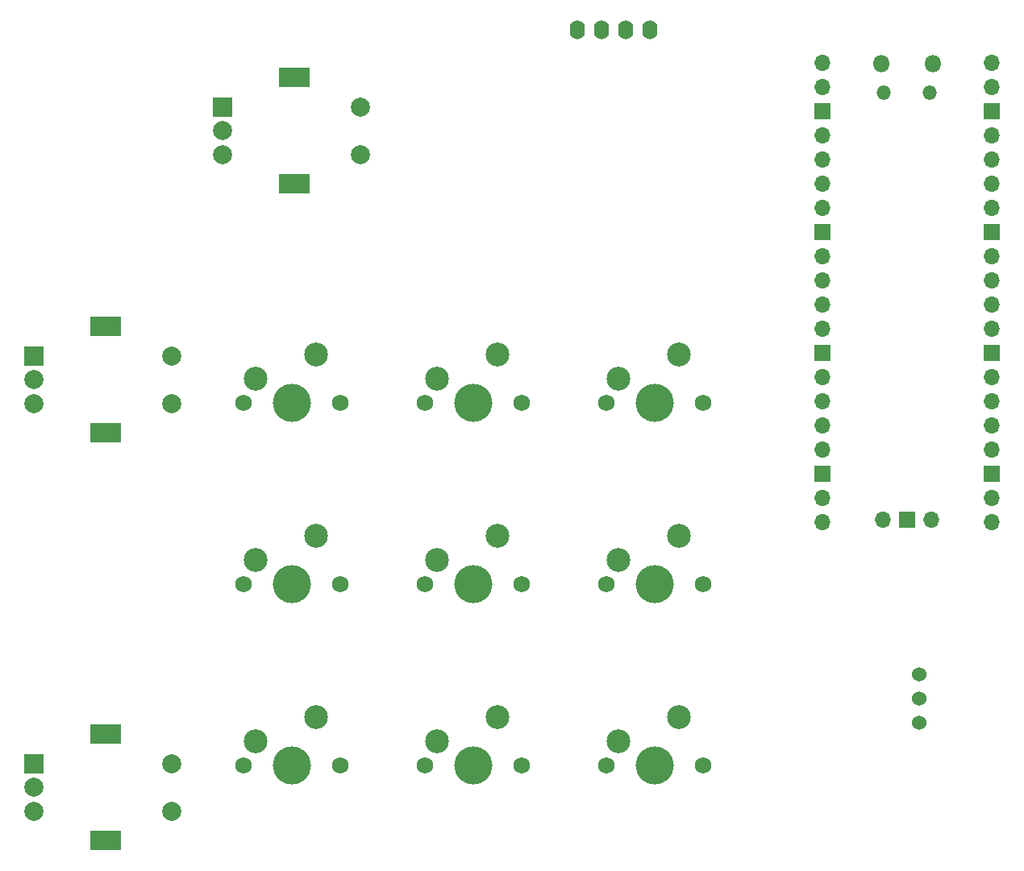
<source format=gbr>
%TF.GenerationSoftware,KiCad,Pcbnew,7.0.9*%
%TF.CreationDate,2023-12-25T15:01:07+00:00*%
%TF.ProjectId,MacroPad V2,4d616372-6f50-4616-9420-56322e6b6963,rev?*%
%TF.SameCoordinates,Original*%
%TF.FileFunction,Soldermask,Bot*%
%TF.FilePolarity,Negative*%
%FSLAX46Y46*%
G04 Gerber Fmt 4.6, Leading zero omitted, Abs format (unit mm)*
G04 Created by KiCad (PCBNEW 7.0.9) date 2023-12-25 15:01:07*
%MOMM*%
%LPD*%
G01*
G04 APERTURE LIST*
%ADD10O,1.800000X1.800000*%
%ADD11O,1.500000X1.500000*%
%ADD12O,1.700000X1.700000*%
%ADD13R,1.700000X1.700000*%
%ADD14C,1.750000*%
%ADD15C,4.000000*%
%ADD16C,2.500000*%
%ADD17R,2.000000X2.000000*%
%ADD18C,2.000000*%
%ADD19R,3.200000X2.000000*%
%ADD20O,1.600000X2.000000*%
%ADD21C,1.524000*%
G04 APERTURE END LIST*
D10*
%TO.C,U1*%
X172347000Y-62522000D03*
D11*
X172647000Y-65552000D03*
X177497000Y-65552000D03*
D10*
X177797000Y-62522000D03*
D12*
X166182000Y-62392000D03*
X166182000Y-64932000D03*
D13*
X166182000Y-67472000D03*
D12*
X166182000Y-70012000D03*
X166182000Y-72552000D03*
X166182000Y-75092000D03*
X166182000Y-77632000D03*
D13*
X166182000Y-80172000D03*
D12*
X166182000Y-82712000D03*
X166182000Y-85252000D03*
X166182000Y-87792000D03*
X166182000Y-90332000D03*
D13*
X166182000Y-92872000D03*
D12*
X166182000Y-95412000D03*
X166182000Y-97952000D03*
X166182000Y-100492000D03*
X166182000Y-103032000D03*
D13*
X166182000Y-105572000D03*
D12*
X166182000Y-108112000D03*
X166182000Y-110652000D03*
X183962000Y-110652000D03*
X183962000Y-108112000D03*
D13*
X183962000Y-105572000D03*
D12*
X183962000Y-103032000D03*
X183962000Y-100492000D03*
X183962000Y-97952000D03*
X183962000Y-95412000D03*
D13*
X183962000Y-92872000D03*
D12*
X183962000Y-90332000D03*
X183962000Y-87792000D03*
X183962000Y-85252000D03*
X183962000Y-82712000D03*
D13*
X183962000Y-80172000D03*
D12*
X183962000Y-77632000D03*
X183962000Y-75092000D03*
X183962000Y-72552000D03*
X183962000Y-70012000D03*
D13*
X183962000Y-67472000D03*
D12*
X183962000Y-64932000D03*
X183962000Y-62392000D03*
X172532000Y-110422000D03*
D13*
X175072000Y-110422000D03*
D12*
X177612000Y-110422000D03*
%TD*%
D14*
%TO.C,S2*%
X124442000Y-98122000D03*
D15*
X129522000Y-98122000D03*
D14*
X134602000Y-98122000D03*
D16*
X125712000Y-95582000D03*
X132062000Y-93042000D03*
%TD*%
D17*
%TO.C,SW1*%
X83397000Y-136059500D03*
D18*
X83397000Y-141059500D03*
X83397000Y-138559500D03*
D19*
X90897000Y-132959500D03*
X90897000Y-144159500D03*
D18*
X97897000Y-141059500D03*
X97897000Y-136059500D03*
%TD*%
D14*
%TO.C,S9*%
X143492000Y-136222000D03*
D15*
X148572000Y-136222000D03*
D14*
X153652000Y-136222000D03*
D16*
X144762000Y-133682000D03*
X151112000Y-131142000D03*
%TD*%
D14*
%TO.C,S6*%
X143492000Y-117172000D03*
D15*
X148572000Y-117172000D03*
D14*
X153652000Y-117172000D03*
D16*
X144762000Y-114632000D03*
X151112000Y-112092000D03*
%TD*%
D17*
%TO.C,SW2*%
X103222000Y-67047000D03*
D18*
X103222000Y-72047000D03*
X103222000Y-69547000D03*
D19*
X110722000Y-63947000D03*
X110722000Y-75147000D03*
D18*
X117722000Y-72047000D03*
X117722000Y-67047000D03*
%TD*%
D14*
%TO.C,S4*%
X105392000Y-117172000D03*
D15*
X110472000Y-117172000D03*
D14*
X115552000Y-117172000D03*
D16*
X106662000Y-114632000D03*
X113012000Y-112092000D03*
%TD*%
D14*
%TO.C,S5*%
X124442000Y-117172000D03*
D15*
X129522000Y-117172000D03*
D14*
X134602000Y-117172000D03*
D16*
X125712000Y-114632000D03*
X132062000Y-112092000D03*
%TD*%
D14*
%TO.C,S3*%
X143492000Y-98122000D03*
D15*
X148572000Y-98122000D03*
D14*
X153652000Y-98122000D03*
D16*
X144762000Y-95582000D03*
X151112000Y-93042000D03*
%TD*%
D20*
%TO.C,Brd1*%
X140477000Y-58947000D03*
X143017000Y-58947000D03*
X145557000Y-58947000D03*
X148097000Y-58947000D03*
%TD*%
D14*
%TO.C,S8*%
X124442000Y-136222000D03*
D15*
X129522000Y-136222000D03*
D14*
X134602000Y-136222000D03*
D16*
X125712000Y-133682000D03*
X132062000Y-131142000D03*
%TD*%
D14*
%TO.C,S7*%
X105392000Y-136222000D03*
D15*
X110472000Y-136222000D03*
D14*
X115552000Y-136222000D03*
D16*
X106662000Y-133682000D03*
X113012000Y-131142000D03*
%TD*%
D21*
%TO.C,toggle1*%
X176342000Y-131777000D03*
X176342000Y-126697000D03*
X176342000Y-129237000D03*
%TD*%
D14*
%TO.C,S1*%
X105392000Y-98122000D03*
D15*
X110472000Y-98122000D03*
D14*
X115552000Y-98122000D03*
D16*
X106662000Y-95582000D03*
X113012000Y-93042000D03*
%TD*%
D17*
%TO.C,SW3*%
X83397000Y-93197000D03*
D18*
X83397000Y-98197000D03*
X83397000Y-95697000D03*
D19*
X90897000Y-90097000D03*
X90897000Y-101297000D03*
D18*
X97897000Y-98197000D03*
X97897000Y-93197000D03*
%TD*%
M02*

</source>
